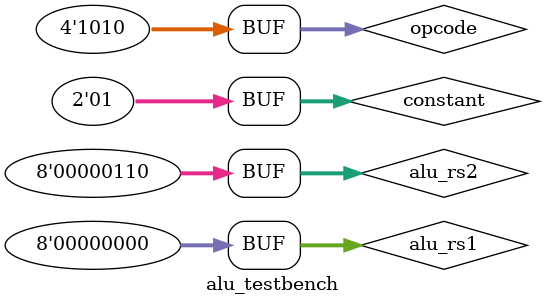
<source format=sv>
module alu_testbench();
reg [3:0] opcode;
reg [7:0] alu_rs1;
reg [7:0] alu_rs2;
reg [1:0] constant;
wire [7:0] aluOut;
wire overflow;

initial begin	
	// TEST ADD: set rs2 = 4 and test 1 + 4
	opcode = 4'b0000;
	alu_rs1 = 8'b00000100;
	alu_rs2 = 8'b00000001;
	constant = 2'b00;
	
	// TEST ADDDI: set const to -1. 4 + -1
	#10 opcode = 4'b0001;
	constant = 2'b11;
	
	// TEST ADDI: set const to 1. 4 + 1
	#10 constant = 2'b01;
	
	// TEST SUB: 4 - 1
	#10 opcode = 4'b0010;
	
	// TEST SUB: 1 - 4
	#10 alu_rs1 = 8'b00000001;
	alu_rs2 = 8'b00000100;
	
	// TEST SHL: rs1 << 1
	#10 opcode = 4'b0011;
	
	// TEST LT: rs1(1) < rs2(4) = 1
	#10 opcode = 4'b0100;
	
	// TEST LT: rs(1) < rs2(-4) = 0
	#10 alu_rs2 = 8'b10000100;
	 
	// TEST EQ0: set rs1 to 0. beq0 on rs1
	#10 alu_rs1 = 8'b00000000;
	opcode = 4'b0101;
	
	// TEST CMP4: set rs1 adn rs2 to 1000. output = 1
	#10 alu_rs2 = 8'b00000000;
	opcode = 4'b0110;
	
	// TEST CMP4: set rs1 to 0000. output = 0
	#10 alu_rs2 = 8'b01000000;
	
	// TEST XOR: 111 xor 110. output = 1
	#10 alu_rs1 = 8'b00000111;
	alu_rs2 = 8'b00000110;
	opcode = 4'b0111;
	
	// TEST AND: 111 and 110. output = 110
	#10 opcode = 4'b1000;
	
	// TEST OR: 111 OR 110. output = 111
	#10 opcode = 4'b1001;
	
	// TEST NOT: set rs1 to 0. output = 255
	#10 opcode = 4'b1010;
	alu_rs1 = 8'b00000000;
end


alu	b2v_inst2(
	.alu_rs1(alu_rs1),
	.alu_rs2(alu_rs2),
	.constant(constant),
	.opcode(opcode),
	.overflow(overflow),
	.aluOut(aluOut));
endmodule
</source>
